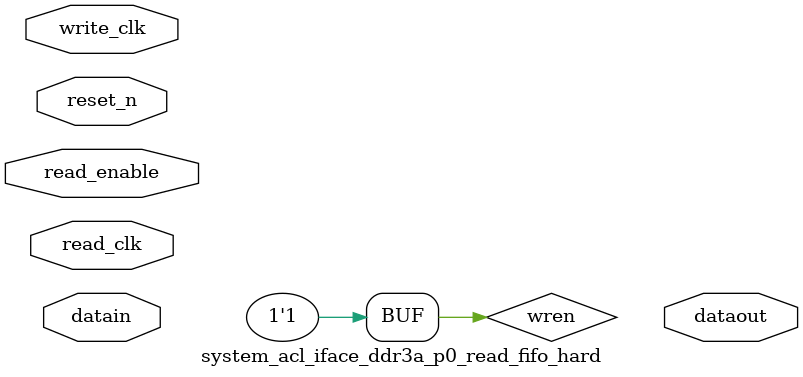
<source format=v>



`timescale 1 ps / 1 ps

module system_acl_iface_ddr3a_p0_read_fifo_hard(
	write_clk,
	read_clk,
	read_enable,
	reset_n,
	datain,
	dataout
);

// ******************************************************************************************************************************** 
// BEGIN PARAMETER SECTION
// All parameters default to "" will have their values passed in from higher level wrapper with the controller and driver 

parameter DQ_GROUP_WIDTH = "";

localparam RATE_MULT = 2;


// END PARAMETER SECTION
// ******************************************************************************************************************************** 

input	write_clk;
input	read_clk;
input	read_enable;
input	reset_n;
input	[DQ_GROUP_WIDTH*2-1:0] datain;
output	[RATE_MULT*DQ_GROUP_WIDTH*2-1:0] dataout;


// ******************************************************************************************************************************** 
// Instantiate write-enable circuitry inside the DQS logic block
// ******************************************************************************************************************************** 

// The read_clk is expected to be a strobe that only toggles when there
// is valid data, so wren is tied to 1
wire wren = 1'b1;
	

// ******************************************************************************************************************************** 
// Instantiate read-enable circuitry inside the DQS logic block
// ******************************************************************************************************************************** 
wire read_enable_tmp;
wire plus2_tmp;
stratixv_read_fifo_read_enable fifo_read_enable (
	.re(read_enable),
	.rclk(),
	.plus2(1'b0), 
	.areset(),
	.reout (read_enable_tmp),
	.plus2out (plus2_tmp)
);
defparam fifo_read_enable.use_stalled_read_enable = "false";

// ******************************************************************************************************************************** 
// Instantiate hard read-fifo. 
// ******************************************************************************************************************************** 
generate
genvar dq_count;
	for (dq_count=0; dq_count<DQ_GROUP_WIDTH; dq_count=dq_count+1)
	begin:read_fifos
		// The datain bus is the read data for the current DQS group
		// coming out of the DDIO. Its width is 2x of each DQS group on the
		// memory interface. The bus is ordered by time slot:
		//
		// D0_T1, D0_T0
		//
		// The dataout bus is the read data going out of the FIFO. In FR, it has
		// the same width as datain. In HR, it 2x the datain width. The bus is
		// ordered by time slot.
		//
		// FR: D0_T1, D0_T0
		// HR: D0_T3, D0_T2, D0_T1, D0_T0
		stratixv_read_fifo fifo (
			.wclk(write_clk),
			.we(wren),
			.rclk(read_clk),
			.re(read_enable_tmp),
			.areset(~reset_n),
			.plus2(plus2_tmp),
			.datain({datain[dq_count], datain[dq_count + DQ_GROUP_WIDTH]}),
			.dataout({
					dataout[dq_count + (DQ_GROUP_WIDTH * 0)],
					dataout[dq_count + (DQ_GROUP_WIDTH * 1)],
					dataout[dq_count + (DQ_GROUP_WIDTH * 2)],
					dataout[dq_count + (DQ_GROUP_WIDTH * 3)]
								})
		);
		defparam fifo.use_half_rate_read = "true";
		defparam fifo.sim_wclk_pre_delay = 100;
	end
endgenerate

endmodule

</source>
